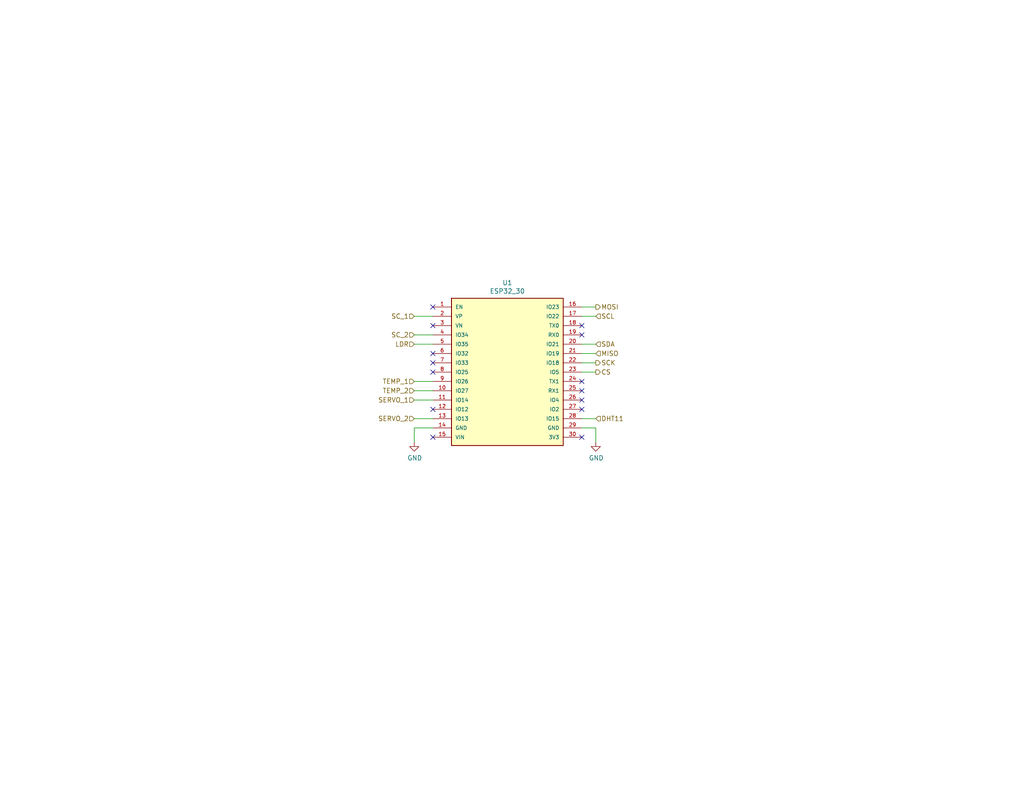
<source format=kicad_sch>
(kicad_sch (version 20211123) (generator eeschema)
  (paper "USLetter")
  (title_block (date "2021-01-22") (rev "3.0") (company "Cristóbal Cuevas Lagos") (comment 1 "Cristóbal Cuevas Lagos"))
  (lib_symbols
    (symbol "esp32:ESP32_30" (pin_names (offset 1.016))
      (property "Reference" "U" (at -15.3162 28.575 0))
      (property "Value" "ESP32_30" (at -15.24 -15.24 0))
      (symbol "ESP32_30_0_0"
        (pin bidirectional line (at -20.32 2.54 0) (length 5.08) (name "IO27") (number "10"))
        (pin bidirectional line (at -20.32 0 0) (length 5.08) (name "IO14") (number "11"))
        (pin bidirectional line (at -20.32 -2.54 0) (length 5.08) (name "IO12") (number "12"))
        (pin bidirectional line (at -20.32 -5.08 0) (length 5.08) (name "IO13") (number "13"))
        (pin power_in line (at -20.32 -7.62 0) (length 5.08) (name "GND") (number "14"))
        (pin power_in line (at -20.32 -10.16 0) (length 5.08) (name "VIN") (number "15"))
        (pin bidirectional line (at 20.32 25.4 180) (length 5.08) (name "IO23") (number "16"))
        (pin bidirectional line (at 20.32 22.86 180) (length 5.08) (name "IO22") (number "17"))
        (pin output line (at 20.32 20.32 180) (length 5.08) (name "TX0") (number "18"))
        (pin input line (at 20.32 17.78 180) (length 5.08) (name "RX0") (number "19"))
        (pin input line (at -20.32 22.86 0) (length 5.08) (name "VP") (number "2"))
        (pin bidirectional line (at 20.32 15.24 180) (length 5.08) (name "IO21") (number "20"))
        (pin bidirectional line (at 20.32 12.7 180) (length 5.08) (name "IO19") (number "21"))
        (pin bidirectional line (at 20.32 10.16 180) (length 5.08) (name "IO18") (number "22"))
        (pin bidirectional line (at 20.32 7.62 180) (length 5.08) (name "IO5") (number "23"))
        (pin output line (at 20.32 5.08 180) (length 5.08) (name "TX1") (number "24"))
        (pin input line (at 20.32 2.54 180) (length 5.08) (name "RX1") (number "25"))
        (pin bidirectional line (at 20.32 0 180) (length 5.08) (name "IO4") (number "26"))
        (pin bidirectional line (at 20.32 -2.54 180) (length 5.08) (name "IO2") (number "27"))
        (pin bidirectional line (at 20.32 -5.08 180) (length 5.08) (name "IO15") (number "28"))
        (pin power_in line (at 20.32 -7.62 180) (length 5.08) (name "GND") (number "29"))
        (pin input line (at -20.32 20.32 0) (length 5.08) (name "VN") (number "3"))
        (pin power_out line (at 20.32 -10.16 180) (length 5.08) (name "3V3") (number "30"))
        (pin bidirectional line (at -20.32 17.78 0) (length 5.08) (name "IO34") (number "4"))
        (pin bidirectional line (at -20.32 15.24 0) (length 5.08) (name "IO35") (number "5"))
        (pin bidirectional line (at -20.32 12.7 0) (length 5.08) (name "IO32") (number "6"))
        (pin bidirectional line (at -20.32 10.16 0) (length 5.08) (name "IO33") (number "7"))
        (pin bidirectional line (at -20.32 7.62 0) (length 5.08) (name "IO25") (number "8"))
        (pin bidirectional line (at -20.32 5.08 0) (length 5.08) (name "IO26") (number "9"))
      )
      (symbol "ESP32_30_0_1"
        (rectangle (start -15.24 27.7876) (end 15.24 -12.4206) (stroke (width 0.254)) (fill (type background)))
      )
      (symbol "ESP32_30_1_1"
        (pin input line (at -20.32 25.4 0) (length 5.08) (name "EN") (number "1"))
      )
    )
    (symbol "power:GND" (power) (pin_names (offset 0))
      (property "Value" "GND" (at 0 -3.81 0))
      (symbol "GND_0_1"
        (polyline (pts (xy 0 0) (xy 0 -1.27) (xy 1.27 -1.27) (xy 0 -2.54) (xy -1.27 -1.27) (xy 0 -1.27)))
      )
      (symbol "GND_1_1"
        (pin power_in line (at 0 0 270) (length 0) hide (name "GND") (number "1"))
      )
    )
  )
  (no_connect (at 158.75 111.76))
  (no_connect (at 118.11 111.76))
  (no_connect (at 158.75 119.38))
  (no_connect (at 118.11 96.52))
  (no_connect (at 158.75 104.14))
  (no_connect (at 158.75 88.9))
  (no_connect (at 118.11 88.9))
  (no_connect (at 118.11 99.06))
  (no_connect (at 158.75 106.68))
  (no_connect (at 118.11 83.82))
  (no_connect (at 158.75 109.22))
  (no_connect (at 118.11 119.38))
  (no_connect (at 158.75 91.44))
  (no_connect (at 118.11 101.6))
  (wire (pts (xy 113.03 120.65) (xy 113.03 116.84)))
  (wire (pts (xy 162.56 93.98) (xy 158.75 93.98)))
  (wire (pts (xy 162.56 86.36) (xy 158.75 86.36)))
  (wire (pts (xy 113.03 114.3) (xy 118.11 114.3)))
  (wire (pts (xy 113.03 104.14) (xy 118.11 104.14)))
  (wire (pts (xy 158.75 99.06) (xy 162.56 99.06)))
  (wire (pts (xy 162.56 116.84) (xy 162.56 120.65)))
  (wire (pts (xy 113.03 116.84) (xy 118.11 116.84)))
  (wire (pts (xy 162.56 83.82) (xy 158.75 83.82)))
  (wire (pts (xy 158.75 96.52) (xy 162.56 96.52)))
  (wire (pts (xy 113.03 109.22) (xy 118.11 109.22)))
  (wire (pts (xy 158.75 101.6) (xy 162.56 101.6)))
  (wire (pts (xy 113.03 86.36) (xy 118.11 86.36)))
  (wire (pts (xy 113.03 93.98) (xy 118.11 93.98)))
  (wire (pts (xy 113.03 106.68) (xy 118.11 106.68)))
  (wire (pts (xy 158.75 114.3) (xy 162.56 114.3)))
  (wire (pts (xy 113.03 91.44) (xy 118.11 91.44)))
  (wire (pts (xy 158.75 116.84) (xy 162.56 116.84)))
  (hierarchical_label "SCK" (shape output) (at 162.56 99.06 0))
  (hierarchical_label "SC_1" (shape input) (at 113.03 86.36 180))
  (hierarchical_label "SERVO_2" (shape input) (at 113.03 114.3 180))
  (hierarchical_label "CS" (shape output) (at 162.56 101.6 0))
  (hierarchical_label "SDA" (shape input) (at 162.56 93.98 0))
  (hierarchical_label "DHT11" (shape input) (at 162.56 114.3 0))
  (hierarchical_label "SC_2" (shape input) (at 113.03 91.44 180))
  (hierarchical_label "TEMP_2" (shape input) (at 113.03 106.68 180))
  (hierarchical_label "MOSI" (shape output) (at 162.56 83.82 0))
  (hierarchical_label "MISO" (shape input) (at 162.56 96.52 0))
  (hierarchical_label "SERVO_1" (shape input) (at 113.03 109.22 180))
  (hierarchical_label "TEMP_1" (shape input) (at 113.03 104.14 180))
  (hierarchical_label "LDR" (shape input) (at 113.03 93.98 180))
  (hierarchical_label "SCL" (shape input) (at 162.56 86.36 0))
  (symbol (lib_id "esp32:ESP32_30") (at 138.43 109.22 0) (unit 1)
    (property "Reference" "U1" (at 138.43 77.1906 0))
    (property "Value" "ESP32_30" (at 138.43 79.502 0))
    (property "Footprint" "esp32_shield:ESP32_30" (effects hide))
  )
  (symbol (lib_id "power:GND") (at 113.03 120.65 0) (unit 1)
    (property "Reference" "#PWR?" (effects hide))
    (property "Value" "GND" (at 113.157 125.0442 0))
  )
  (symbol (lib_id "power:GND") (at 162.56 120.65 0) (unit 1)
    (property "Reference" "#PWR?" (effects hide))
    (property "Value" "GND" (at 162.687 125.0442 0))
  )
)
</source>
